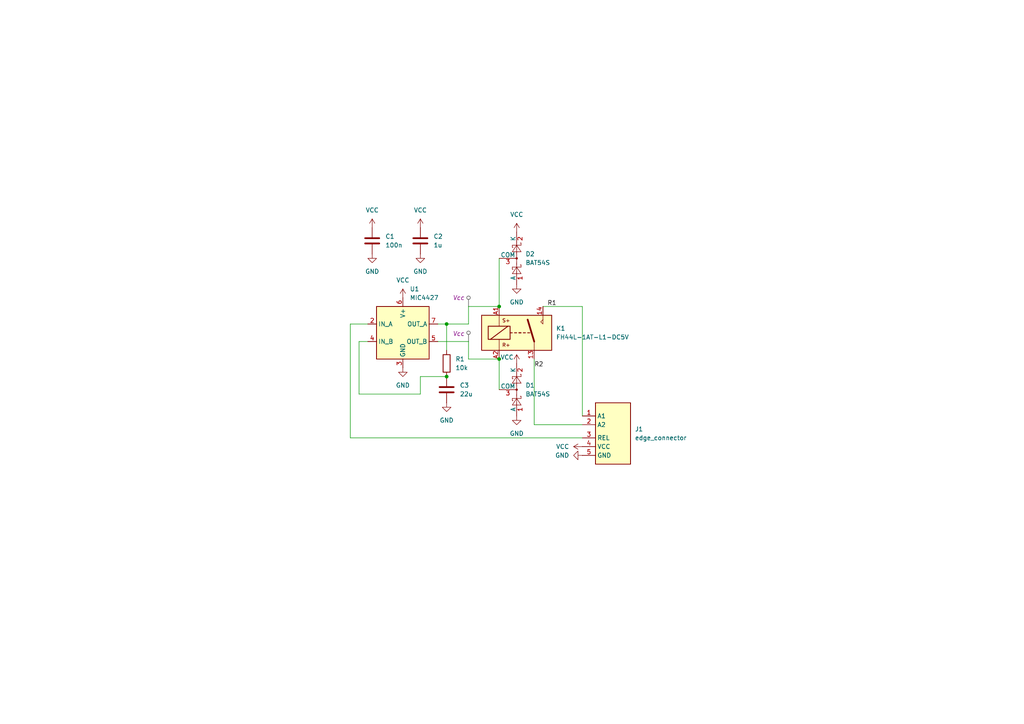
<source format=kicad_sch>
(kicad_sch (version 20231120) (generator "eeschema") (generator_version "8.0")
  (paper "A4")
  (lib_symbols
    (symbol "Device:C" (pin_numbers hide) (pin_names (offset 0.254))
      (property "Reference" "C" (at 0.635 2.54 0))
      (property "Value" "C" (at 0.635 -2.54 0))
      (symbol "C_0_1"
        (polyline (pts (xy -2.032 -0.762) (xy 2.032 -0.762)) (stroke (width 0.508)))
        (polyline (pts (xy -2.032 0.762) (xy 2.032 0.762)) (stroke (width 0.508)))
      )
      (symbol "C_1_1"
        (pin passive line (at 0 3.81 270) (length 2.794) (name "~") (number "1"))
        (pin passive line (at 0 -3.81 90) (length 2.794) (name "~") (number "2"))
      )
    )
    (symbol "Device:R" (pin_numbers hide) (pin_names (offset 0))
      (property "Reference" "R" (at 2.032 0 90))
      (property "Value" "R" (at 0 0 90))
      (symbol "R_0_1"
        (rectangle (start -1.016 -2.54) (end 1.016 2.54) (stroke (width 0.254)))
      )
      (symbol "R_1_1"
        (pin passive line (at 0 3.81 270) (length 1.27) (name "~") (number "1"))
        (pin passive line (at 0 -3.81 90) (length 1.27) (name "~") (number "2"))
      )
    )
    (symbol "Diode:BAT54S" (pin_names (offset 0))
      (property "Reference" "D" (at 2.54 -5.08 0))
      (property "Value" "BAT54S" (at -6.35 3.175 0))
      (symbol "BAT54S_0_1"
        (polyline (pts (xy -3.81 0) (xy -1.27 0)))
        (polyline (pts (xy -3.175 -1.27) (xy -3.175 -1.016)))
        (polyline (pts (xy -2.54 -1.27) (xy -3.175 -1.27)))
        (polyline (pts (xy -2.54 -1.27) (xy -2.54 1.27)))
        (polyline (pts (xy -2.54 1.27) (xy -1.905 1.27)))
        (polyline (pts (xy -1.905 0) (xy 1.905 0)))
        (polyline (pts (xy -1.905 1.27) (xy -1.905 1.016)))
        (polyline (pts (xy 1.27 0) (xy 3.81 0)))
        (polyline (pts (xy 3.175 -1.27) (xy 3.175 -1.016)))
        (polyline (pts (xy 3.81 -1.27) (xy 3.175 -1.27)))
        (polyline (pts (xy 3.81 -1.27) (xy 3.81 1.27)))
        (polyline (pts (xy 3.81 1.27) (xy 4.445 1.27)))
        (polyline (pts (xy 4.445 1.27) (xy 4.445 1.016)))
        (polyline (pts (xy -4.445 1.27) (xy -4.445 -1.27) (xy -2.54 0) (xy -4.445 1.27)))
        (polyline (pts (xy 1.905 1.27) (xy 1.905 -1.27) (xy 3.81 0) (xy 1.905 1.27)))
        (circle (center 0 0) (radius 0.254) (fill (type outline)))
      )
      (symbol "BAT54S_1_1"
        (pin passive line (at -7.62 0 0) (length 3.81) (name "A") (number "1"))
        (pin passive line (at 7.62 0 180) (length 3.81) (name "K") (number "2"))
        (pin passive line (at 0 -5.08 90) (length 5.08) (name "COM") (number "3"))
      )
    )
    (symbol "Driver_FET:MIC4427"
      (property "Reference" "U" (at -7.62 8.89 0))
      (property "Value" "MIC4427" (at 1.27 8.89 0))
      (symbol "MIC4427_0_1"
        (rectangle (start -7.62 -7.62) (end 7.62 7.62) (stroke (width 0.254)) (fill (type background)))
      )
      (symbol "MIC4427_1_1"
        (pin no_connect line (at -7.62 0 0) (length 2.54) hide (name "NC") (number "1"))
        (pin input line (at -10.16 2.54 0) (length 2.54) (name "IN_A") (number "2"))
        (pin power_in line (at 0 -10.16 90) (length 2.54) (name "GND") (number "3"))
        (pin input line (at -10.16 -2.54 0) (length 2.54) (name "IN_B") (number "4"))
        (pin output line (at 10.16 -2.54 180) (length 2.54) (name "OUT_B") (number "5"))
        (pin power_in line (at 0 10.16 270) (length 2.54) (name "V+") (number "6"))
        (pin output line (at 10.16 2.54 180) (length 2.54) (name "OUT_A") (number "7"))
        (pin no_connect line (at 7.62 0 180) (length 2.54) hide (name "NC") (number "8"))
      )
    )
    (symbol "GND_1" (power) (pin_numbers hide) (pin_names (offset 0) hide)
      (property "Value" "GND" (at 0 -3.81 0))
      (symbol "GND_1_0_1"
        (polyline (pts (xy 0 0) (xy 0 -1.27) (xy 1.27 -1.27) (xy 0 -2.54) (xy -1.27 -1.27) (xy 0 -1.27)))
      )
      (symbol "GND_1_1_1"
        (pin power_in line (at 0 0 270) (length 0) (name "~") (number "1"))
      )
    )
    (symbol "VCC_1" (power) (pin_numbers hide) (pin_names (offset 0) hide)
      (property "Value" "VCC" (at 0 3.556 0))
      (symbol "VCC_1_0_1"
        (polyline (pts (xy -0.762 1.27) (xy 0 2.54)))
        (polyline (pts (xy 0 0) (xy 0 2.54)))
        (polyline (pts (xy 0 2.54) (xy 0.762 1.27)))
      )
      (symbol "VCC_1_1_1"
        (pin power_in line (at 0 0 90) (length 0) (name "~") (number "1"))
      )
    )
    (symbol "library:Relay_SPST_Latching_1coil"
      (property "Reference" "K" (at 11.43 1.27 0))
      (property "Value" "FH44L-1AT-L1-DC5V" (at 11.43 -1.27 0))
      (symbol "Relay_SPST_Latching_1coil_1_1"
        (rectangle (start -10.16 5.08) (end 10.16 -5.08) (stroke (width 0.254)) (fill (type background)))
        (rectangle (start -8.255 1.905) (end -1.905 -1.905) (stroke (width 0.254)))
        (polyline (pts (xy -7.62 -1.905) (xy -2.54 1.905)) (stroke (width 0.254)))
        (polyline (pts (xy -5.08 -5.08) (xy -5.08 -1.905)))
        (polyline (pts (xy -5.08 5.08) (xy -5.08 1.905)))
        (polyline (pts (xy -1.905 0) (xy -1.27 0)) (stroke (width 0.254)))
        (polyline (pts (xy -0.635 0) (xy 0 0)) (stroke (width 0.254)))
        (polyline (pts (xy 0.635 0) (xy 1.27 0)) (stroke (width 0.254)))
        (polyline (pts (xy 0.635 0) (xy 1.27 0)) (stroke (width 0.254)))
        (polyline (pts (xy 1.905 0) (xy 2.54 0)) (stroke (width 0.254)))
        (polyline (pts (xy 3.175 0) (xy 3.81 0)) (stroke (width 0.254)))
        (polyline (pts (xy 5.08 -2.54) (xy 3.175 3.81)) (stroke (width 0.508)))
        (polyline (pts (xy 5.08 -2.54) (xy 5.08 -5.08)))
        (polyline (pts (xy 7.62 3.81) (xy 7.62 5.08)))
        (polyline (pts (xy 7.62 3.81) (xy 7.62 2.54) (xy 6.985 3.175) (xy 7.62 3.81)))
        (text "R+" (at -3.048 -3.556 0) (effects (font (size 1.016 1.016))))
        (text "S+" (at -3.048 3.556 0) (effects (font (size 1.016 1.016))))
        (pin passive line (at 5.08 -7.62 90) (length 2.54) (name "~") (number "13"))
        (pin passive line (at 7.62 7.62 270) (length 2.54) (name "~") (number "14"))
        (pin passive line (at -5.08 7.62 270) (length 2.54) (name "~") (number "A1"))
        (pin passive line (at -5.08 -7.62 90) (length 2.54) (name "~") (number "A2"))
      )
    )
    (symbol "library:edge_connector"
      (property "Reference" "J" (at -2.54 10.16 0))
      (property "Value" "edge_connector" (at 8.89 10.16 0))
      (symbol "edge_connector_0_1"
        (rectangle (start -5.08 8.89) (end 5.08 -8.89) (stroke (width 0.254)) (fill (type background)))
      )
      (symbol "edge_connector_1_1"
        (pin bidirectional line (at -8.89 5.08 0) (length 3.81) (name "A1") (number "1"))
        (pin bidirectional line (at -8.89 2.54 0) (length 3.81) (name "A2") (number "2"))
        (pin output line (at -8.89 -1.27 0) (length 3.81) (name "REL") (number "3"))
        (pin power_out line (at -8.89 -3.81 0) (length 3.81) (name "VCC") (number "4"))
        (pin power_out line (at -8.89 -6.35 0) (length 3.81) (name "GND") (number "5"))
      )
    )
  )
  (junction (at 129.54 109.22))
  (junction (at 144.78 88.9))
  (junction (at 129.54 93.98))
  (junction (at 144.78 104.14))
  (wire (pts (xy 135.89 88.9) (xy 144.78 88.9)))
  (wire (pts (xy 101.6 127) (xy 101.6 93.98)))
  (wire (pts (xy 104.14 114.3) (xy 104.14 99.06)))
  (wire (pts (xy 121.92 109.22) (xy 121.92 114.3)))
  (wire (pts (xy 144.78 104.14) (xy 144.78 113.03)))
  (wire (pts (xy 168.91 127) (xy 101.6 127)))
  (wire (pts (xy 129.54 93.98) (xy 129.54 101.6)))
  (wire (pts (xy 154.94 123.19) (xy 154.94 104.14)))
  (wire (pts (xy 101.6 93.98) (xy 106.68 93.98)))
  (wire (pts (xy 135.89 88.9) (xy 135.89 93.98)))
  (wire (pts (xy 121.92 114.3) (xy 104.14 114.3)))
  (wire (pts (xy 135.89 99.06) (xy 127 99.06)))
  (wire (pts (xy 135.89 104.14) (xy 144.78 104.14)))
  (wire (pts (xy 127 93.98) (xy 129.54 93.98)))
  (wire (pts (xy 168.91 123.19) (xy 154.94 123.19)))
  (wire (pts (xy 106.68 99.06) (xy 104.14 99.06)))
  (wire (pts (xy 129.54 109.22) (xy 121.92 109.22)))
  (wire (pts (xy 144.78 74.93) (xy 144.78 88.9)))
  (wire (pts (xy 129.54 93.98) (xy 135.89 93.98)))
  (wire (pts (xy 135.89 104.14) (xy 135.89 99.06)))
  (wire (pts (xy 157.48 88.9) (xy 168.91 88.9)))
  (wire (pts (xy 168.91 88.9) (xy 168.91 120.65)))
  (label "R2" (at 154.94 106.68 0))
  (label "R1" (at 158.75 88.9 0))
  (netclass_flag "" (length 2.54) (shape round) (at 135.89 99.06 0) (property "Netclass" "Vcc" (at 131.318 96.774 0) (effects (font (italic yes)) (justify left))))
  (netclass_flag "" (length 2.54) (shape round) (at 135.89 88.9 0) (property "Netclass" "Vcc" (at 131.318 86.36 0) (effects (font (italic yes)) (justify left))))
  (symbol (lib_name "GND_1") (lib_id "power:GND") (at 168.91 132.08 270) (unit 1)
    (property "Reference" "#PWR011" (effects (hide yes)))
    (property "Value" "GND" (at 165.1 132.0799 90) (effects (justify right)))
    (property "Description" "Power symbol creates a global label with name \"GND\" , ground" (effects (hide yes)))
  )
  (symbol (lib_name "VCC_1") (lib_id "power:VCC") (at 116.84 86.36 0) (unit 1)
    (property "Reference" "#PWR013" (effects (hide yes)))
    (property "Value" "VCC" (at 116.84 81.28 0))
    (property "Description" "Power symbol creates a global label with name \"VCC\"" (effects (hide yes)))
  )
  (symbol (lib_name "VCC_1") (lib_id "power:VCC") (at 107.95 66.04 0) (unit 1)
    (property "Reference" "#PWR07" (effects (hide yes)))
    (property "Value" "VCC" (at 107.95 60.96 0))
    (property "Description" "Power symbol creates a global label with name \"VCC\"" (effects (hide yes)))
  )
  (symbol (lib_name "VCC_1") (lib_id "power:VCC") (at 149.86 67.31 0) (unit 1)
    (property "Reference" "#PWR02" (effects (hide yes)))
    (property "Value" "VCC" (at 149.86 62.23 0))
    (property "Description" "Power symbol creates a global label with name \"VCC\"" (effects (hide yes)))
  )
  (symbol (lib_id "library:Relay_SPST_Latching_1coil") (at 149.86 96.52 0) (unit 1)
    (property "Reference" "K1" (at 161.29 95.2499 0) (effects (justify left)))
    (property "Value" "FH44L-1AT-L1-DC5V" (at 161.29 97.7899 0) (effects (justify left)))
    (property "Footprint" "Library:RELAY-TH_FH44L-1AT-L1-DC5V" (effects (hide yes)))
  )
  (symbol (lib_name "GND_1") (lib_id "power:GND") (at 116.84 106.68 0) (unit 1)
    (property "Reference" "#PWR012" (effects (hide yes)))
    (property "Value" "GND" (at 116.84 111.76 0))
    (property "Description" "Power symbol creates a global label with name \"GND\" , ground" (effects (hide yes)))
  )
  (symbol (lib_name "GND_1") (lib_id "power:GND") (at 129.54 116.84 0) (unit 1)
    (property "Reference" "#PWR05" (effects (hide yes)))
    (property "Value" "GND" (at 129.54 121.92 0))
    (property "Description" "Power symbol creates a global label with name \"GND\" , ground" (effects (hide yes)))
  )
  (symbol (lib_id "library:edge_connector") (at 177.8 125.73 0) (unit 1)
    (property "Reference" "J1" (at 184.15 124.4599 0) (effects (justify left)))
    (property "Value" "edge_connector" (at 184.15 126.9999 0) (effects (justify left)))
    (property "Footprint" "Library:edge_connector" (effects (hide yes)))
  )
  (symbol (lib_id "Device:C") (at 107.95 69.85 0) (unit 1)
    (property "Reference" "C1" (at 111.76 68.5799 0) (effects (justify left)))
    (property "Value" "100n" (at 111.76 71.1199 0) (effects (justify left)))
    (property "Footprint" "Capacitor_SMD:C_0603_1608Metric" (effects (hide yes)))
  )
  (symbol (lib_id "Device:R") (at 129.54 105.41 0) (unit 1)
    (property "Reference" "R1" (at 132.08 104.1399 0) (effects (justify left)))
    (property "Value" "10k" (at 132.08 106.6799 0) (effects (justify left)))
    (property "Footprint" "Resistor_SMD:R_0603_1608Metric" (effects (hide yes)))
  )
  (symbol (lib_name "VCC_1") (lib_id "power:VCC") (at 121.92 66.04 0) (unit 1)
    (property "Reference" "#PWR01" (effects (hide yes)))
    (property "Value" "VCC" (at 121.92 60.96 0))
    (property "Description" "Power symbol creates a global label with name \"VCC\"" (effects (hide yes)))
  )
  (symbol (lib_id "Device:C") (at 121.92 69.85 0) (unit 1)
    (property "Reference" "C2" (at 125.73 68.5799 0) (effects (justify left)))
    (property "Value" "1u" (at 125.73 71.1199 0) (effects (justify left)))
    (property "Footprint" "Capacitor_SMD:C_0603_1608Metric" (effects (hide yes)))
  )
  (symbol (lib_id "Device:C") (at 129.54 113.03 0) (unit 1)
    (property "Reference" "C3" (at 133.35 111.7599 0) (effects (justify left)))
    (property "Value" "22u" (at 133.35 114.2999 0) (effects (justify left)))
    (property "Footprint" "Capacitor_SMD:C_1206_3216Metric" (effects (hide yes)))
  )
  (symbol (lib_name "GND_1") (lib_id "power:GND") (at 149.86 120.65 0) (unit 1)
    (property "Reference" "#PWR010" (effects (hide yes)))
    (property "Value" "GND" (at 149.86 125.73 0))
    (property "Description" "Power symbol creates a global label with name \"GND\" , ground" (effects (hide yes)))
  )
  (symbol (lib_id "Diode:BAT54S") (at 149.86 113.03 270) (mirror x) (unit 1)
    (property "Reference" "D1" (at 152.4 111.76 90) (effects (justify left)))
    (property "Value" "BAT54S" (at 152.4 114.3 90) (effects (justify left)))
    (property "Footprint" "Package_TO_SOT_SMD:SOT-23" (effects (hide yes)))
    (property "Datasheet" "https://www.diodes.com/assets/Datasheets/ds11005.pdf" (effects (hide yes)))
  )
  (symbol (lib_name "GND_1") (lib_id "power:GND") (at 149.86 82.55 0) (unit 1)
    (property "Reference" "#PWR04" (effects (hide yes)))
    (property "Value" "GND" (at 149.86 87.63 0))
    (property "Description" "Power symbol creates a global label with name \"GND\" , ground" (effects (hide yes)))
  )
  (symbol (lib_name "GND_1") (lib_id "power:GND") (at 121.92 73.66 0) (unit 1)
    (property "Reference" "#PWR03" (effects (hide yes)))
    (property "Value" "GND" (at 121.92 78.74 0))
    (property "Description" "Power symbol creates a global label with name \"GND\" , ground" (effects (hide yes)))
  )
  (symbol (lib_name "VCC_1") (lib_id "power:VCC") (at 149.86 105.41 0) (unit 1)
    (property "Reference" "#PWR08" (effects (hide yes)))
    (property "Value" "VCC" (at 147.066 103.632 0))
    (property "Description" "Power symbol creates a global label with name \"VCC\"" (effects (hide yes)))
  )
  (symbol (lib_name "VCC_1") (lib_id "power:VCC") (at 168.91 129.54 90) (unit 1)
    (property "Reference" "#PWR06" (effects (hide yes)))
    (property "Value" "VCC" (at 165.1 129.5399 90) (effects (justify left)))
    (property "Description" "Power symbol creates a global label with name \"VCC\"" (effects (hide yes)))
  )
  (symbol (lib_id "Diode:BAT54S") (at 149.86 74.93 270) (mirror x) (unit 1)
    (property "Reference" "D2" (at 152.4 73.66 90) (effects (justify left)))
    (property "Value" "BAT54S" (at 152.4 76.2 90) (effects (justify left)))
    (property "Footprint" "Package_TO_SOT_SMD:SOT-23" (effects (hide yes)))
    (property "Datasheet" "https://www.diodes.com/assets/Datasheets/ds11005.pdf" (effects (hide yes)))
  )
  (symbol (lib_name "GND_1") (lib_id "power:GND") (at 107.95 73.66 0) (unit 1)
    (property "Reference" "#PWR09" (effects (hide yes)))
    (property "Value" "GND" (at 107.95 78.74 0))
    (property "Description" "Power symbol creates a global label with name \"GND\" , ground" (effects (hide yes)))
  )
  (symbol (lib_id "Driver_FET:MIC4427") (at 116.84 96.52 0) (unit 1)
    (property "Reference" "U1" (at 118.8594 83.82 0) (effects (justify left)))
    (property "Value" "MIC4427" (at 118.8594 86.36 0) (effects (justify left)))
    (property "Footprint" "Package_SO:SOIC-8_3.9x4.9mm_P1.27mm" (effects (hide yes)))
    (property "Datasheet" "http://ww1.microchip.com/downloads/en/DeviceDoc/mic4426.pdf" (effects (hide yes)))
  )
)
</source>
